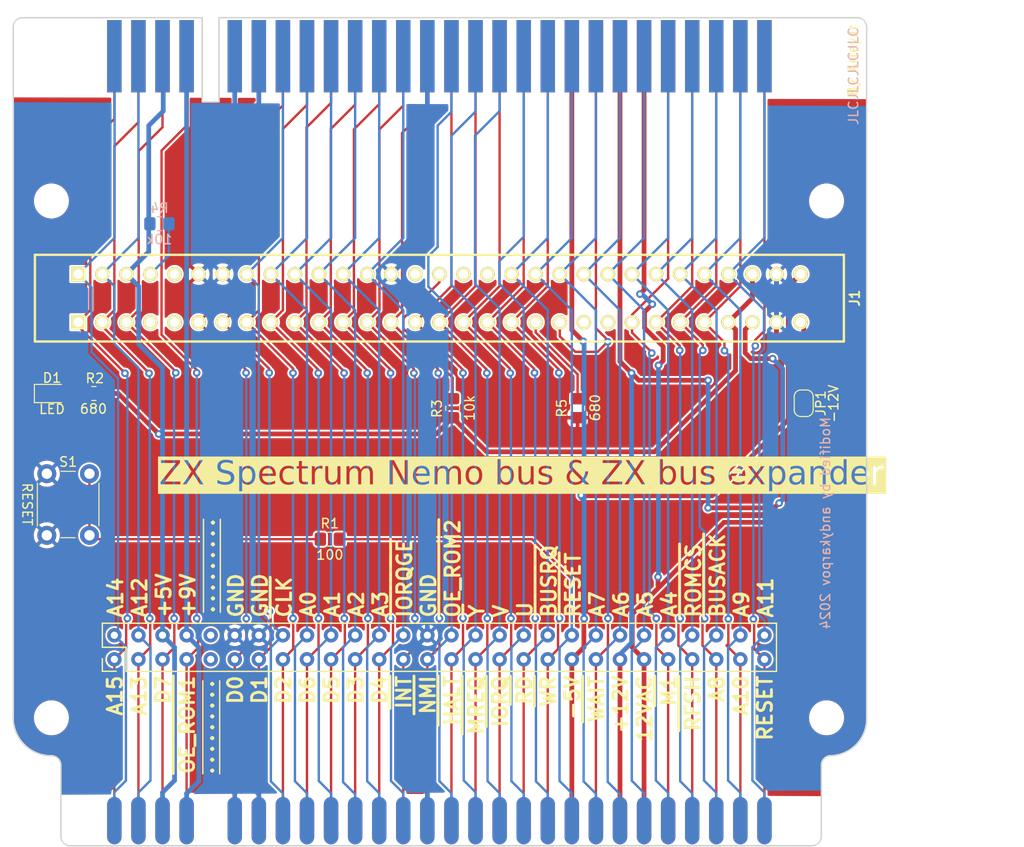
<source format=kicad_pcb>
(kicad_pcb (version 20240108) (generator "pcbnew") (generator_version "8.0")
  (layers (0 "F.Cu" signal) (31 "B.Cu" signal) (34 "B.Paste" user) (35 "F.Paste" user) (36 "B.SilkS" user "B.Silkscreen") (37 "F.SilkS" user "F.Silkscreen") (38 "B.Mask" user) (39 "F.Mask" user) (44 "Edge.Cuts" user))
  (net 0 "")
  (net 1 "A15")
  (net 2 "A13")
  (net 3 "D7")
  (net 4 "~{OEM_ROM1}")
  (net 5 "D0")
  (net 6 "D1")
  (net 7 "D2")
  (net 8 "D6")
  (net 9 "D5")
  (net 10 "D3")
  (net 11 "D4")
  (net 12 "~{INT}")
  (net 13 "~{NMI}")
  (net 14 "~{HALT}")
  (net 15 "~{MREQ}")
  (net 16 "~{IORQ}")
  (net 17 "~{RD}")
  (net 18 "~{WR}")
  (net 19 "-5V")
  (net 20 "~{WAIT}")
  (net 21 "+12V")
  (net 22 "12VAC")
  (net 23 "~{M1}")
  (net 24 "~{RFSH}")
  (net 25 "A8")
  (net 26 "A10")
  (net 27 "RESET{slash}NC")
  (net 28 "A14")
  (net 29 "A12")
  (net 30 "+5V")
  (net 31 "+9V")
  (net 32 "GND")
  (net 33 "~{CLK}")
  (net 34 "A0")
  (net 35 "A1")
  (net 36 "A2")
  (net 37 "A3")
  (net 38 "~{IORQGE}")
  (net 39 "~{OE_ROM2{slash}VIDEO}")
  (net 40 "~{Y}")
  (net 41 "V")
  (net 42 "U")
  (net 43 "~{BUSRQ}")
  (net 44 "~{RESET}")
  (net 45 "A7")
  (net 46 "A6")
  (net 47 "A5")
  (net 48 "A4")
  (net 49 "~{ROMCS}")
  (net 50 "~{BUSACK}")
  (net 51 "A9")
  (net 52 "A11")
  (net 53 "Net-(D1-A)")
  (net 54 "-12V")
  (net 57 "RS")
  (net 58 "~{DOS}")
  (net 63 "~{RDR}")
  (net 64 "~{IODOS}")
  (net 66 "Net-(R1-Pad1)")
  (footprint "zxbus:NemoBus-SL62-inverted" (layer "F.Cu") (at 139.7762 81.28)
    (property "Reference" "J1")
    (property "Value" "SL-62" (hide yes))
  )
  (footprint "Button_Switch_THT:SW_PUSH_6mm" (layer "F.Cu") (at 102.8594 99.7978 -90)
    (property "Reference" "S1")
    (property "Value" "RESET")
  )
  (footprint "MountingHole:MountingHole_3.2mm_M3" (layer "F.Cu") (at 180.6194 125.549)
    (property "Reference" "H1" (hide yes))
    (property "Value" "MountingHole")
  )
  (footprint "Resistor_SMD:R_0805_2012Metric_Pad1.20x1.40mm_HandSolder" (layer "F.Cu") (at 128.2192 106.7054)
    (property "Reference" "R1")
    (property "Value" "100")
  )
  (footprint "My Footprint Library, Sinclair:ZX Bus, Edge" (layer "F.Cu") (at 138.5062 136.398)
    (property "Reference" "Z1" (hide yes))
    (property "Value" "EDGE" (hide yes))
  )
  (footprint "MountingHole:MountingHole_3.2mm_M3" (layer "F.Cu") (at 98.8452 71.026)
    (property "Reference" "H4" (hide yes))
    (property "Value" "MountingHole")
  )
  (footprint "Jumper:SolderJumper-2_P1.3mm_Open_RoundedPad1.0x1.5mm" (layer "F.Cu") (at 178.2064 92.3648 -90)
    (property "Reference" "JP1")
    (property "Value" "-12V")
  )
  (footprint "My Footprint Library, Sinclair:ZX Bus Socket" (layer "F.Cu") (at 139.7762 118.11)
    (property "Reference" "J2" (hide yes))
    (property "Value" "Conn_02x28_Row_Letter_First")
  )
  (footprint "MountingHole:MountingHole_3.2mm_M3" (layer "F.Cu") (at 98.8452 125.549)
    (property "Reference" "H2" (hide yes))
    (property "Value" "MountingHole")
  )
  (footprint "My Footprint Library, Sinclair:ZX Bus, Edge Pass-T" (layer "F.Cu") (at 138.5062 55.753)
    (property "Reference" "Z2" (hide yes))
    (property "Value" "PASS-THROUGH")
  )
  (footprint "Resistor_SMD:R_0805_2012Metric_Pad1.20x1.40mm_HandSolder" (layer "F.Cu") (at 154.3558 92.8878 -90)
    (property "Reference" "R5")
    (property "Value" "680")
  )
  (footprint "LED_SMD:LED_0805_2012Metric_Pad1.15x1.40mm_HandSolder" (layer "F.Cu") (at 98.9076 91.3384)
    (property "Reference" "D1")
    (property "Value" "LED")
  )
  (footprint "Resistor_SMD:R_0805_2012Metric_Pad1.20x1.40mm_HandSolder" (layer "F.Cu") (at 141.1732 92.8878 -90)
    (property "Reference" "R3")
    (property "Value" "10k")
  )
  (footprint "MountingHole:MountingHole_3.2mm_M3" (layer "F.Cu") (at 180.6194 71.026)
    (property "Reference" "H3" (hide yes))
    (property "Value" "MountingHole")
  )
  (footprint "Resistor_SMD:R_0805_2012Metric_Pad1.20x1.40mm_HandSolder" (layer "F.Cu") (at 103.3272 91.3384 180)
    (property "Reference" "R2")
    (property "Value" "680")
  )
  (footprint "Resistor_SMD:R_0805_2012Metric_Pad1.20x1.40mm_HandSolder" (layer "B.Cu") (at 110.236 73.4314 180)
    (property "Reference" "R4")
    (property "Value" "10k")
  )
  (gr_line (start 94.8182 125.549) (end 94.8182 52.675507) (stroke (width 0.15)) (layer "Edge.Cuts"))
  (gr_line (start 99.8452 138.049) (end 99.8452 130.549) (stroke (width 0.15)) (layer "Edge.Cuts"))
  (gr_line (start 116.5282 51.689) (end 183.8452 51.689) (stroke (width 0.15)) (layer "Edge.Cuts"))
  (gr_line (start 116.5282 60.579) (end 116.5282 51.689) (stroke (width 0.15)) (layer "Edge.Cuts"))
  (gr_arc (start 183.8452 51.689) (mid 184.552307 51.981893) (end 184.8452 52.689) (stroke (width 0.15)) (layer "Edge.Cuts"))
  (gr_arc (start 98.8452 129.549) (mid 99.552307 129.841893) (end 99.8452 130.549) (stroke (width 0.15)) (layer "Edge.Cuts"))
  (gr_line (start 95.804707 51.689) (end 114.7502 51.689) (stroke (width 0.15)) (layer "Edge.Cuts"))
  (gr_line (start 179.067573 139.04) (end 100.8452 139.049) (stroke (width 0.15)) (layer "Edge.Cuts"))
  (gr_arc (start 180.067573 138.04) (mid 179.774679 138.747106) (end 179.067573 139.04) (stroke (width 0.15)) (layer "Edge.Cuts"))
  (gr_arc (start 98.8452 129.549) (mid 96.003273 128.383019) (end 94.8182 125.549) (stroke (width 0.15)) (layer "Edge.Cuts"))
  (gr_line (start 184.8452 52.689) (end 184.8452 125.54) (stroke (width 0.15)) (layer "Edge.Cuts"))
  (gr_arc (start 100.8452 139.049) (mid 100.138093 138.756107) (end 99.8452 138.049) (stroke (width 0.15)) (layer "Edge.Cuts"))
  (gr_arc (start 184.8452 125.54) (mid 183.784817 128.322376) (end 181.067573 129.54) (stroke (width 0.15)) (layer "Edge.Cuts"))
  (gr_line (start 114.7502 51.689) (end 114.7502 60.579) (stroke (width 0.15)) (layer "Edge.Cuts"))
  (gr_arc (start 94.8182 52.675507) (mid 95.107141 51.977941) (end 95.804707 51.689) (stroke (width 0.15)) (layer "Edge.Cuts"))
  (gr_line (start 114.7502 60.579) (end 116.5282 60.579) (stroke (width 0.15)) (layer "Edge.Cuts"))
  (gr_line (start 180.067573 130.54) (end 180.067573 138.04) (stroke (width 0.15)) (layer "Edge.Cuts"))
  (gr_arc (start 180.067573 130.54) (mid 180.360465 129.832892) (end 181.067573 129.54) (stroke (width 0.15)) (layer "Edge.Cuts"))
  (gr_text "JLCJLCJLCJLC" (at 184.04 63.1 90) (layer "B.SilkS") (effects (font (size 1 1)) (justify left bottom)))
  (gr_text "Modified by andykarpov 2024" (at 181.0766 93.726 90) (layer "B.SilkS") (effects (font (size 1 1)) (justify left bottom mirror)))
  (gr_text "By ArleyJr" (at 183.975 60.05 90) (layer "F.SilkS") (effects (font (size 1 1)) (justify left bottom)))
  (gr_text "ZX Spectrum Nemo bus & ZX bus expander" (at 110.2106 101.346 0) (layer "F.SilkS" knockout) (effects (font (size 2.5 2.5)) (justify left bottom)))
  (segment (start 105.4862 62.357) (end 105.4862 55.753) (width 0.25) (layer "F.Cu") (net 1))
  (segment (start 102.9462 82.55) (end 102.9462 64.897) (width 0.25) (layer "F.Cu") (net 1))
  (segment (start 106.3117 88.8873) (end 101.6762 84.2518) (width 0.25) (layer "F.Cu") (net 1))
  (segment (start 106.7308 118.1354) (end 106.7308 115.189) (width 0.25) (layer "F.Cu") (net 1))
  (segment (start 101.6762 84.2518) (end 101.6762 83.82) (width 0.25) (layer "F.Cu") (net 1))
  (segment (start 106.6038 89.2048) (end 106.3117 88.9127) (width 0.25) (layer "F.Cu") (net 1))
  (segment (start 102.9462 64.897) (end 105.4862 62.357) (width 0.25) (layer "F.Cu") (net 1))
  (segment (start 105.4862 119.38) (end 106.7308 118.1354) (width 0.25) (layer "F.Cu") (net 1))
  (segment (start 105.4862 136.398) (end 105.4862 119.38) (width 0.25) (layer "F.Cu") (net 1))
  (segment (start 106.5732 89.1488) (end 106.3117 88.8873) (width 0.25) (layer "F.Cu") (net 1))
  (segment (start 106.3117 88.9127) (end 106.3117 88.8873) (width 0.25) (layer "F.Cu") (net 1))
  (segment (start 101.6762 83.82) (end 102.9462 82.55) (width 0.25) (layer "F.Cu") (net 1))
  (segment (start 106.7308 115.189) (end 106.8578 115.062) (width 0.25) (layer "F.Cu") (net 1))
  (via (at 106.8578 115.062) (size 0.8) (drill 0.4) (layers "F.Cu" "B.Cu") (net 1))
  (via (at 106.6038 89.2048) (size 0.8) (drill 0.4) (layers "F.Cu" "B.Cu") (net 1))
  (segment (start 106.8578 89.4588) (end 106.6038 89.2048) (width 0.25) (layer "B.Cu") (net 1))
  (segment (start 106.8578 115.062) (end 106.8578 89.4588) (width 0.25) (layer "B.Cu") (net 1))
  (segment (start 108.0262 62.7126) (end 108.0262 55.753) (width 0.25) (layer "F.Cu") (net 2))
  (segment (start 104.2162 83.82) (end 105.4862 82.55) (width 0.25) (layer "F.Cu") (net 2))
  (segment (start 105.4862 65.2526) (end 108.0262 62.7126) (width 0.25) (layer "F.Cu") (net 2))
  (segment (start 109.2708 118.1354) (end 109.2708 115.1128) (width 0.25) (layer "F.Cu") (net 2))
  (segment (start 108.0262 119.38) (end 109.2708 118.1354) (width 0.25) (layer "F.Cu") (net 2))
  (segment (start 104.2162 84.2518) (end 104.2162 83.82) (width 0.25) (layer "F.Cu") (net 2))
  (segment (start 108.0262 136.398) (end 108.0262 119.38) (width 0.25) (layer "F.Cu") (net 2))
  (segment (start 105.4862 82.55) (end 105.4862 65.2526) (width 0.25) (layer "F.Cu") (net 2))
  (segment (start 109.2708 115.1128) (end 109.22 115.062) (width 0.25) (layer "F.Cu") (net 2))
  (segment (start 109.1132 89.1488) (end 104.2162 84.2518) (width 0.25) (layer "F.Cu") (net 2))
  (via (at 109.1438 89.2048) (size 0.8) (drill 0.4) (layers "F.Cu" "B.Cu") (net 2))
  (via (at 109.22 115.062) (size 0.8) (drill 0.4) (layers "F.Cu" "B.Cu") (net 2))
  (segment (start 109.22 89.281) (end 109.1438 89.2048) (width 0.25) (layer "B.Cu") (net 2))
  (segment (start 109.22 115.062) (end 109.22 89.281) (width 0.25) (layer "B.Cu") (net 2))
  (segment (start 110.5662 136.398) (end 110.5662 119.38) (width 0.25) (layer "F.Cu") (net 3))
  (segment (start 110.5662 119.38) (end 111.8108 118.1354) (width 0.25) (layer "F.Cu") (net 3))
  (segment (start 108.0516 65.7606) (end 110.5662 63.246) (width 0.25) (layer "F.Cu") (net 3))
  (segment (start 108.0516 82.5246) (end 108.0516 65.7606) (width 0.25) (layer "F.Cu") (net 3))
  (segment (start 106.7562 83.82) (end 108.0516 82.5246) (width 0.25) (layer "F.Cu") (net 3))
  (segment (start 111.8108 115.0874) (end 111.7854 115.062) (width 0.25) (layer "F.Cu") (net 3))
  (segment (start 110.5662 63.246) (end 110.5662 55.753) (width 0.25) (layer "F.Cu") (net 3))
  (segment (start 112.0192 89.083) (end 106.7562 83.82) (width 0.25) (layer "F.Cu") (net 3))
  (segment (start 111.8108 118.1354) (end 111.8108 115.0874) (width 0.25) (layer "F.Cu") (net 3))
  (via (at 111.9632 89.154) (size 0.8) (drill 0.4) (layers "F.Cu" "B.Cu") (net 3))
  (via (at 111.7854 115.062) (size 0.8) (drill 0.4) (layers "F.Cu" "B.Cu") (net 3))
  (segment (start 111.7854 115.062) (end 111.7854 89.3318) (width 0.25) (layer "B.Cu") (net 3))
  (segment (start 111.7854 89.3318) (end 111.9632 89.154) (width 0.25) (layer "B.Cu") (net 3))
  (segment (start 113.1062 63.0682) (end 113.1062 55.753) (width 0.25) (layer "F.Cu") (net 4))
  (segment (start 114.173 88.8492) (end 114.0587 88.7349) (width 0.25) (layer "F.Cu") (net 4))
  (segment (start 110.4646 85.1408) (end 110.4646 65.7098) (width 0.25) (layer "F.Cu") (net 4))
  (segment (start 114.0587 88.7349) (end 110.4646 85.1408) (width 0.25) (layer "F.Cu") (net 4))
  (segment (start 114.3254 118.1608) (end 114.3254 115.2144) (width 0.25) (layer "F.Cu") (net 4))
  (segment (start 110.4646 65.7098) (end 113.1062 63.0682) (width 0.25) (layer "F.Cu") (net 4))
  (segment (start 114.3254 115.2144) (end 114.173 115.062) (width 0.25) (layer "F.Cu") (net 4))
  (segment (start 114.173 89.154) (end 114.173 88.8492) (width 0.25) (layer "F.Cu") (net 4))
  (segment (start 114.1932 88.8694) (end 114.0587 88.7349) (width 0.25) (layer "F.Cu") (net 4))
  (segment (start 113.1062 136.398) (end 113.1062 119.38) (width 0.25) (layer "F.Cu") (net 4))
  (segment (start 113.1062 119.38) (end 114.3254 118.1608) (width 0.25) (layer "F.Cu") (net 4))
  (via (at 114.173 115.062) (size 0.8) (drill 0.4) (layers "F.Cu" "B.Cu") (net 4))
  (via (at 114.173 89.154) (size 0.8) (drill 0.4) (layers "F.Cu" "B.Cu") (net 4))
  (segment (start 114.173 115.062) (end 114.173 89.154) (width 0.25) (layer "B.Cu") (net 4))
  (segment (start 119.38 89.154) (end 119.38 88.8238) (width 0.25) (layer "F.Cu") (net 5))
  (segment (start 118.1862 119.38) (end 119.4054 118.1608) (width 0.25) (layer "F.Cu") (net 5))
  (segment (start 118.1862 136.398) (end 118.1862 119.38) (width 0.25) (layer "F.Cu") (net 5))
  (segment (start 118.1862 60.8584) (end 118.1862 55.753) (width 0.25) (layer "F.Cu") (net 5))
  (segment (start 115.7224 63.3222) (end 118.1862 60.8584) (width 0.25) (layer "F.Cu") (net 5))
  (segment (start 115.7224 82.4738) (end 115.7224 63.3222) (width 0.25) (layer "F.Cu") (net 5))
  (segment (start 114.3762 83.82) (end 115.7224 82.4738) (width 0.25) (layer "F.Cu") (net 5))
  (segment (start 119.38 88.8238) (end 114.3762 83.82) (width 0.25) (layer "F.Cu") (net 5))
  (segment (start 119.4054 118.1608) (end 119.4054 115.0874) (width 0.25) (layer "F.Cu") (net 5))
  (via (at 119.38 89.154) (size 0.8) (drill 0.4) (layers "F.Cu" "B.Cu") (net 5))
  (via (at 119.4054 115.0874) (size 0.8) (drill 0.4) (layers "F.Cu" "B.Cu") (net 5))
  (segment (start 119.4054 115.0874) (end 119.4054 89.1794) (width 0.25) (layer "B.Cu") (net 5))
  (segment (start 119.4054 89.1794) (end 119.38 89.154) (width 0.25) (layer "B.Cu") (net 5))
  (segment (start 118.2116 63.1444) (end 120.7262 60.6298) (width 0.25) (layer "F.Cu") (net 6))
  (segment (start 116.9162 83.82) (end 118.2116 82.5246) (width 0.25) (layer "F.Cu") (net 6))
  (segment (start 121.9708 118.1354) (end 121.9708 114.4524) (width 0.25) (layer "F.Cu") (net 6))
  (segment (start 121.8184 88.7222) (end 116.9162 83.82) (width 0.25) (layer "F.Cu") (net 6))
  (segment (start 121.9708 114.4524) (end 121.8438 114.3254) (width 0.25) (layer "F.Cu") (net 6))
  (segment (start 121.8184 89.154) (end 121.8184 88.7222) (width 0.25) (layer "F.Cu") (net 6))
  (segment (start 120.7262 60.6298) (end 120.7262 55.753) (width 0.25) (layer "F.Cu") (net 6))
  (segment (start 120.7262 119.38) (end 121.9708 118.1354) (width 0.25) (layer "F.Cu") (net 6))
  (segment (start 120.7262 136.398) (end 120.7262 119.38) (width 0.25) (layer "F.Cu") (net 6))
  (segment (start 118.2116 82.5246) (end 118.2116 63.1444) (width 0.25) (layer "F.Cu") (net 6))
  (via (at 121.8438 114.3254) (size 0.8) (drill 0.4) (layers "F.Cu" "B.Cu") (net 6))
  (via (at 121.8184 89.154) (size 0.8) (drill 0.4) (layers "F.Cu" "B.Cu") (net 6))
  (segment (start 121.8438 114.3254) (end 121.8438 89.1794) (width 0.25) (layer "B.Cu") (net 6))
  (segment (start 121.8438 89.1794) (end 121.8184 89.154) (width 0.25) (layer "B.Cu") (net 6))
  (segment (start 123.2662 119.38) (end 124.3532 118.293) (width 0.25) (layer "F.Cu") (net 7))
  (segment (start 120.7262 82.55) (end 120.7262 63.4746) (width 0.25) (layer "F.Cu") (net 7))
  (segment (start 123.2662 136.398) (end 123.2662 119.38) (width 0.25) (layer "F.Cu") (net 7))
  (segment (start 124.333 88.7372) (end 124.3532 88.717) (width 0.25) (layer "F.Cu") (net 7))
  (segment (start 124.3532 115.0822) (end 124.333 115.062) (width 0.25) (layer "F.Cu") (net 7))
  (segment (start 124.3532 118.293) (end 124.3532 115.0822) (width 0.25) (layer "F.Cu") (net 7))
  (segment (start 119.4562 83.82) (end 120.7262 82.55) (width 0.25) (layer "F.Cu") (net 7))
  (segment (start 124.333 89.1794) (end 124.333 88.7372) (width 0.25) (layer "F.Cu") (net 7))
  (segment (start 120.7262 63.4746) (end 123.2662 60.9346) (width 0.25) (layer "F.Cu") (net 7))
  (segment (start 123.2662 60.9346) (end 123.2662 55.753) (width 0.25) (layer "F.Cu") (net 7))
  (segment (start 124.3532 88.717) (end 119.4562 83.82) (width 0.25) (layer "F.Cu") (net 7))
  (via (at 124.333 115.062) (size 0.8) (drill 0.4) (layers "F.Cu" "B.Cu") (net 7))
  (via (at 124.333 89.1794) (size 0.8) (drill 0.4) (layers "F.Cu" "B.Cu") (net 7))
  (segment (start 124.333 115.062) (end 124.333 89.1794) (width 0.25) (layer "B.Cu") (net 7))
  (segment (start 125.8062 60.8838) (end 125.8062 55.753) (width 0.25) (layer "F.Cu") (net 8))
  (segment (start 123.2662 63.4238) (end 125.8062 60.8838) (width 0.25) (layer "F.Cu") (net 8))
  (segment (start 127 89.1794) (end 127 88.8238) (width 0.25) (layer "F.Cu") (net 8))
  (segment (start 126.8932 118.293) (end 127.0254 118.1608) (width 0.25) (layer "F.Cu") (net 8))
  (segment (start 121.9962 83.82) (end 123.2662 82.55) (width 0.25) (layer "F.Cu") (net 8))
  (segment (start 123.2662 82.55) (end 123.2662 63.4238) (width 0.25) (layer "F.Cu") (net 8))
  (segment (start 125.8062 119.38) (end 126.8932 118.293) (width 0.25) (layer "F.Cu") (net 8))
  (segment (start 127 88.8238) (end 121.9962 83.82) (width 0.25) (layer "F.Cu") (net 8))
  (segment (start 127.0254 118.1608) (end 127.0254 115.062) (width 0.25) (layer "F.Cu") (net 8))
  (segment (start 125.8062 136.398) (end 125.8062 119.38) (width 0.25) (layer "F.Cu") (net 8))
  (via (at 127 89.1794) (size 0.8) (drill 0.4) (layers "F.Cu" "B.Cu") (net 8))
  (via (at 127.0254 115.062) (size 0.8) (drill 0.4) (layers "F.Cu" "B.Cu") (net 8))
  (segment (start 127.0254 115.062) (end 127.0254 89.2048) (width 0.25) (layer "B.Cu") (net 8))
  (segment (start 127.0254 89.2048) (end 127 89.1794) (width 0.25) (layer "B.Cu") (net 8))
  (segment (start 129.7178 89.0016) (end 129.5273 88.8111) (width 0.25) (layer "F.Cu") (net 9))
  (segment (start 125.7554 82.6008) (end 125.7554 63.2714) (width 0.25) (layer "F.Cu") (net 9))
  (segment (start 129.5273 88.8111) (end 124.5362 83.82) (width 0.25) (layer "F.Cu") (net 9))
  (segment (start 128.3462 119.38) (end 129.7992 117.927) (width 0.25) (layer "F.Cu") (net 9))
  (segment (start 129.7992 117.927) (end 129.7992 115.118) (width 0.25) (layer "F.Cu") (net 9))
  (segment (start 128.3462 60.6806) (end 128.3462 55.753) (width 0.25) (layer "F.Cu") (net 9))
  (segment (start 124.5362 83.82) (end 125.7554 82.6008) (width 0.25) (layer "F.Cu") (net 9))
  (segment (start 129.7992 115.118) (end 129.7432 115.062) (width 0.25) (layer "F.Cu") (net 9))
  (segment (start 125.7554 63.2714) (end 128.3462 60.6806) (width 0.25) (layer "F.Cu") (net 9))
  (segment (start 129.7992 89.083) (end 129.5273 88.8111) (width 0.25) (layer "F.Cu") (net 9))
  (segment (start 128.3462 136.398) (end 128.3462 119.38) (width 0.25) (layer "F.Cu") (net 9))
  (segment (start 129.7178 89.1794) (end 129.7178 89.0016) (width 0.25) (layer "F.Cu") (net 9))
  (via (at 129.7178 89.1794) (size 0.8) (drill 0.4) (layers "F.Cu" "B.Cu") (net 9))
  (via (at 129.7432 115.062) (size 0.8) (drill 0.4) (layers "F.Cu" "B.Cu") (net 9))
  (segment (start 129.7432 89.2048) (end 129.7178 89.1794) (width 0.25) (layer "B.Cu") (net 9))
  (segment (start 129.7432 115.062) (end 129.7432 89.2048) (width 0.25) (layer "B.Cu") (net 9))
  (segment (start 130.8862 60.8584) (end 130.8862 55.753) (width 0.25) (layer "F.Cu") (net 10))
  (segment (start 131.9732 118.293) (end 132.2324 118.0338) (width 0.25) (layer "F.Cu") (net 10))
  (segment (start 130.8862 119.38) (end 131.9732 118.293) (width 0.25) (layer "F.Cu") (net 10))
  (segment (start 127.0762 83.82) (end 128.3208 82.5754) (width 0.25) (layer "F.Cu") (net 10))
  (segment (start 132.2324 118.0338) (end 132.2324 115.062) (width 0.25) (layer "F.Cu") (net 10))
  (segment (start 132.1562 88.9) (end 127.0762 83.82) (width 0.25) (layer "F.Cu") (net 10))
  (segment (start 128.3208 63.4238) (end 130.8862 60.8584) (width 0.25) (layer "F.Cu") (net 10))
  (segment (start 128.3208 82.5754) (end 128.3208 63.4238) (width 0.25) (layer "F.Cu") (net 10))
  (segment (start 132.1562 89.1794) (end 132.1562 88.9) (width 0.25) (layer "F.Cu") (net 10))
  (segment (start 130.8862 136.398) (end 130.8862 119.38) (width 0.25) (layer "F.Cu") (net 10))
  (via (at 132.1562 89.1794) (size 0.8) (drill 0.4) (layers "F.Cu" "B.Cu") (net 10))
  (via (at 132.2324 115.062) (size 0.8) (drill 0.4) (layers "F.Cu" "B.Cu") (net 10))
  (segment (start 132.2324 89.2556) (end 132.1562 89.1794) (width 0.25) (layer "B.Cu") (net 10))
  (segment (start 132.2324 115.062) (end 132.2324 89.2556) (width 0.25) (layer "B.Cu") (net 10))
  (segment (start 134.8792 115.3212) (end 134.62 115.062) (width 0.25) (layer "F.Cu") (net 11))
  (segment (start 134.8792 117.927) (end 134.8792 115.3212) (width 0.25) (layer "F.Cu") (net 11))
  (segment (start 133.4262 60.8076) (end 133.4262 55.753) (width 0.25) (layer "F.Cu") (net 11))
  (segment (start 130.7592 63.4746) (end 133.4262 60.8076) (width 0.25) (layer "F.Cu") (net 11))
  (segment (start 129.6162 83.82) (end 130.7592 82.677) (width 0.25) (layer "F.Cu") (net 11))
  (segment (start 134.62 88.8238) (end 134.4803 88.6841) (width 0.25) (layer "F.Cu") (net 11))
  (segment (start 133.4262 119.38) (end 134.8792 117.927) (width 0.25) (layer "F.Cu") (net 11))
  (segment (start 130.7592 82.677) (end 130.7592 63.4746) (width 0.25) (layer "F.Cu") (net 11))
  (segment (start 134.8792 89.083) (end 134.4803 88.6841) (width 0.25) (layer "F.Cu") (net 11))
  (segment (start 134.4803 88.6841) (end 129.6162 83.82) (width 0.25) (layer "F.Cu") (net 11))
  (segment (start 134.62 89.1794) (end 134.62 88.8238) (width 0.25) (layer "F.Cu") (net 11))
  (segment (start 133.4262 136.398) (end 133.4262 119.38) (width 0.25) (layer "F.Cu") (net 11))
  (via (at 134.62 89.1794) (size 0.8) (drill 0.4) (layers "F.Cu" "B.Cu") (net 11))
  (via (at 134.62 115.062) (size 0.8) (drill 0.4) (layers "F.Cu" "B.Cu") (net 11))
  (segment (start 134.62 115.062) (end 134.62 89.1794) (width 0.25) (layer "B.Cu") (net 11))
  (segment (start 137.0532 118.293) (end 137.1854 118.1608) (width 0.25) (layer "F.Cu") (net 12))
  (segment (start 135.9662 60.96) (end 135.9662 55.753) (width 0.25) (layer "F.Cu") (net 12))
  (segment (start 135.9662 136.398) (end 135.9662 119.38) (width 0.25) (layer "F.Cu") (net 12))
  (segment (start 137.0838 88.7476) (end 132.1562 83.82) (width 0.25) (layer "F.Cu") (net 12))
  (segment (start 132.1562 83.82) (end 133.4516 82.5246) (width 0.25) (layer "F.Cu") (net 12))
  (segment (start 137.1854 118.1608) (end 137.1854 115.062) (width 0.25) (layer "F.Cu") (net 12))
  (segment (start 133.4516 63.4746) (end 135.9662 60.96) (width 0.25) (layer "F.Cu") (net 12))
  (segment (start 135.9662 119.38) (end 137.0532 118.293) (width 0.25) (layer "F.Cu") (net 12))
  (segment (start 137.0838 89.1794) (end 137.0838 88.7476) (width 0.25) (layer "F.Cu") (net 12))
  (segment (start 133.4516 82.5246) (end 133.4516 63.4746) (width 0.25) (layer "F.Cu") (net 12))
  (via (at 137.0838 89.1794) (size 0.8) (drill 0.4) (layers "F.Cu" "B.Cu") (net 12))
  (via (at 137.1854 115.062) (size 0.8) (drill 0.4) (layers "F.Cu" "B.Cu") (net 12))
  (segment (start 137.1854 89.281) (end 137.0838 89.1794) (width 0.25) (layer "B.Cu") (net 12))
  (segment (start 137.1854 115.062) (end 137.1854 89.281) (width 0.25) (layer "B.Cu") (net 12))
  (segment (start 135.8392 82.677) (end 135.8392 63.8556) (width 0.25) (layer "F.Cu") (net 13))
  (segment (start 135.8392 63.8556) (end 138.5062 61.1886) (width 0.25) (layer "F.Cu") (net 13))
  (segment (start 138.5062 61.1886) (end 138.5062 55.753) (width 0.25) (layer "F.Cu") (net 13))
  (segment (start 134.6962 83.82) (end 135.8392 82.677) (width 0.25) (layer "F.Cu") (net 13))
  (segment (start 139.7762 118.11) (end 139.7762 115.062) (width 0.25) (layer "F.Cu") (net 13))
  (segment (start 138.5062 136.398) (end 138.5062 119.38) (width 0.25) (layer "F.Cu") (net 13))
  (segment (start 138.5062 119.38) (end 139.5932 118.293) (width 0.25) (layer "F.Cu") (net 13))
  (segment (start 139.6492 89.1794) (end 139.5932 89.1234) (width 0.25) (layer "F.Cu") (net 13))
  (segment (start 139.5932 89.1234) (end 139.5932 88.717) (width 0.25) (layer "F.Cu") (net 13))
  (segment (start 139.5932 118.293) (end 139.7762 118.11) (width 0.25) (layer "F.Cu") (net 13))
  (segment (start 139.5932 88.717) (end 134.6962 83.82) (width 0.25) (layer "F.Cu") (net 13))
  (via (at 139.7762 115.062) (size 0.8) (drill 0.4) (layers "F.Cu" "B.Cu") (net 13))
  (via (at 139.6492 89.1794) (size 0.8) (drill 0.4) (layers "F.Cu" "B.Cu") (net 13))
  (segment (start 139.7762 115.062) (end 139.7762 89.3064) (width 0.25) (layer "B.Cu") (net 13))
  (segment (start 139.7762 89.3064) (end 139.6492 89.1794) (width 0.25) (layer "B.Cu") (net 13))
  (segment (start 142.2654 89.1794) (end 142.2654 88.8492) (width 0.25) (layer "F.Cu") (net 14))
  (segment (start 141.0462 119.38) (end 142.1332 118.293) (width 0.25) (layer "F.Cu") (net 14))
  (segment (start 141.0462 136.398) (end 141.0462 119.38) (width 0.25) (layer "F.Cu") (net 14))
  (segment (start 142.2654 118.1608) (end 142.2654 115.062) (width 0.25) (layer "F.Cu") (net 14))
  (segment (start 142.2654 88.8492) (end 137.2362 83.82) (width 0.25) (layer "F.Cu") (net 14))
  (segment (start 141.0462 80.01) (end 141.0462 55.753) (width 0.25) (layer "F.Cu") (net 14))
  (segment (start 137.2362 83.82) (end 141.0462 80.01) (width 0.25) (layer "F.Cu") (net 14))
  (segment (start 142.1332 118.293) (end 142.2654 118.1608) (width 0.25) (layer "F.Cu") (net 14))
  (via (at 142.2654 89.1794) (size 0.8) (drill 0.4) (layers "F.Cu" "B.Cu") (net 14))
  (via (at 142.2654 115.062) (size 0.8) (drill 0.4) (layers "F.Cu" "B.Cu") (net 14))
  (segment (start 142.2654 115.062) (end 142.2654 89.1794) (width 0.25) (layer "B.Cu") (net 14))
  (segment (start 139.7762 83.82) (end 143.5862 80.01) (width 0.25) (layer "F.Cu") (net 15))
  (segment (start 144.78 88.8238) (end 139.7762 83.82) (width 0.25) (layer "F.Cu") (net 15))
  (segment (start 143.5862 119.38) (end 144.6732 118.293) (width 0.25) (layer "F.Cu") (net 15))
  (segment (start 143.5862 136.398) (end 143.5862 119.38) (width 0.25) (layer "F.Cu") (net 15))
  (segment (start 144.78 89.1794) (end 144.78 88.8238) (width 0.25) (layer "F.Cu") (net 15))
  (segment (start 144.8308 118.1354) (end 144.8308 115.062) (width 0.25) (layer "F.Cu") (net 15))
  (segment (start 143.5862 80.01) (end 143.5862 55.753) (width 0.25) (layer "F.Cu") (net 15))
  (segment (start 144.6732 118.293) (end 144.8308 118.1354) (width 0.25) (layer "F.Cu") (net 15))
  (via (at 144.78 89.1794) (size 0.8) (drill 0.4) (layers "F.Cu" "B.Cu") (net 15))
  (via (at 144.8308 115.062) (size 0.8) (drill 0.4) (layers "F.Cu" "B.Cu") (net 15))
  (segment (start 144.8308 115.062) (end 144.8308 89.2302) (width 0.25) (layer "B.Cu") (net 15))
  (segment (start 144.8308 89.2302) (end 144.78 89.1794) (width 0.25) (layer "B.Cu") (net 15))
  (segment (start 147.2132 89.1488) (end 147.2132 88.717) (width 0.25) (layer "F.Cu") (net 16))
  (segment (start 146.1262 119.38) (end 147.3454 118.1608) (width 0.25) (layer "F.Cu") (net 16))
  (segment (start 146.1262 136.398) (end 146.1262 119.38) (width 0.25) (layer "F.Cu") (net 16))
  (segment (start 142.3162 83.82) (end 146.1262 80.01) (width 0.25) (layer "F.Cu") (net 16))
  (segment (start 147.3454 115.0874) (end 147.32 115.062) (width 0.25) (layer "F.Cu") (net 16))
  (segment (start 147.2438 89.1794) (end 147.2132 89.1488) (width 0.25) (layer "F.Cu") (net 16))
  (segment (start 146.1262 80.01) (end 146.1262 55.753) (width 0.25) (layer "F.Cu") (net 16))
  (segment (start 147.3454 118.1608) (end 147.3454 115.0874) (width 0.25) (layer "F.Cu") (net 16))
  (segment (start 147.2132 88.717) (end 142.3162 83.82) (width 0.25) (layer "F.Cu") (net 16))
  (via (at 147.32 115.062) (size 0.8) (drill 0.4) (layers "F.Cu" "B.Cu") (net 16))
  (via (at 147.2438 89.1794) (size 0.8) (drill 0.4) (layers "F.Cu" "B.Cu") (net 16))
  (segment (start 147.32 89.2556) (end 147.2438 89.1794) (width 0.25) (layer "B.Cu") (net 16))
  (segment (start 147.32 115.062) (end 147.32 89.2556) (width 0.25) (layer "B.Cu") (net 16))
  (segment (start 149.7532 88.717) (end 144.8562 83.82) (width 0.25) (layer "F.Cu") (net 17))
  (segment (start 144.8562 83.82) (end 148.6662 80.01) (width 0.25) (layer "F.Cu") (net 17))
  (segment (start 149.8092 89.154) (end 149.7532 89.098) (width 0.25) (layer "F.Cu") (net 17))
  (segment (start 148.6662 119.38) (end 149.9108 118.1354) (width 0.25) (layer "F.Cu") (net 17))
  (segment (start 149.9108 118.1354) (end 149.9108 115.0874) (width 0.25) (layer "F.Cu") (net 17))
  (segment (start 149.7532 89.098) (end 149.7532 88.717) (width 0.25) (layer "F.Cu") (net 17))
  (segment (start 148.6662 136.398) (end 148.6662 119.38) (width 0.25) (layer "F.Cu") (net 17))
  (segment (start 149.9108 115.0874) (end 149.8854 115.062) (width 0.25) (layer "F.Cu") (net 17))
  (segment (start 148.6662 80.01) (end 148.6662 55.753) (width 0.25) (layer "F.Cu") (net 17))
  (via (at 149.8854 115.062) (size 0.8) (drill 0.4) (layers "F.Cu" "B.Cu") (net 17))
  (via (at 149.8092 89.154) (size 0.8) (drill 0.4) (layers "F.Cu" "B.Cu") (net 17))
  (segment (start 149.8854 89.2302) (end 149.8092 89.154) (width 0.25) (layer "B.Cu") (net 17))
  (segment (start 149.8854 115.062) (end 149.8854 89.2302) (width 0.25) (layer "B.Cu") (net 17))
  (segment (start 151.2062 136.398) (end 151.2062 119.38) (width 0.25) (layer "F.Cu") (net 18))
  (segment (start 151.2062 80.01) (end 151.2062 55.753) (width 0.25) (layer "F.Cu") (net 18))
  (segment (start 147.3962 83.82) (end 151.2062 80.01) (width 0.25) (layer "F.Cu") (net 18))
  (segment (start 152.3746 88.7984) (end 147.3962 83.82) (width 0.25) (layer "F.Cu") (net 18))
  (segment (start 152.2932 115.2196) (end 152.4508 115.062) (width 0.25) (layer "F.Cu") (net 18))
  (segment (start 152.3746 89.154) (end 152.3746 88.7984) (width 0.25) (layer "F.Cu") (net 18))
  (segment (start 152.2932 118.293) (end 152.2932 115.2196) (width 0.25) (layer "F.Cu") (net 18))
  (segment (start 151.2062 119.38) (end 152.2932 118.293) (width 0.25) (layer "F.Cu") (net 18))
  (via (at 152.3746 89.154) (size 0.8) (drill 0.4) (layers "F.Cu" "B.Cu") (net 18))
  (via (at 152.4508 115.062) (size 0.8) (drill 0.4) (layers "F.Cu" "B.Cu") (net 18))
  (segment (start 152.4508 89.2302) (end 152.3746 89.154) (width 0.25) (layer "B.Cu") (net 18))
  (segment (start 152.4508 115.062) (end 152.4508 89.2302) (width 0.25) (layer "B.Cu") (net 18))
  (segment (start 153.7462 84.6328) (end 153.7462 55.753) (width 0.5) (layer "F.Cu") (net 19))
  (segment (start 177.8762 78.74) (end 176.5808 80.0354) (width 0.5) (layer "F.Cu") (net 19))
  (segment (start 154.94 85.8266) (end 153.7462 84.6328) (width 0.5) (layer "F.Cu") (net 19))
  (segment (start 176.5808 94.107) (end 168.5544 102.1334) (width 0.5) (layer "F.Cu") (net 19))
  (segment (start 153.7462 119.38) (end 155.0162 118.11) (width 0.5) (layer "F.Cu") (net 19))
  (segment (start 176.5808 80.0354) (end 176.5808 94.107) (width 0.5) (layer "F.Cu") (net 19))
  (segment (start 153.7462 136.398) (end 153.7462 119.38) (width 0.5) (layer "F.Cu") (net 19))
  (segment (start 168.5544 102.1334) (end 154.7876 102.1334) (width 0.5) (layer "F.Cu") (net 19))
  (segment (start 155.0162 118.11) (end 155.0162 115.1128) (width 0.5) (layer "F.Cu") (net 19))
  (segment (start 154.7876 102.1334) (end 154.7368 102.0826) (width 0.5) (layer "F.Cu") (net 19))
  (segment (start 155.0162 115.1128) (end 155.0416 115.0874) (width 0.5) (layer "F.Cu") (net 19))
  (via (at 154.7368 102.0826) (size 0.8) (drill 0.4) (layers "F.Cu" "B.Cu") (net 19))
  (via (at 155.0416 115.0874) (size 0.8) (drill 0.4) (layers "F.Cu" "B.Cu") (net 19))
  (via (at 154.94 85.8266) (size 0.8) (drill 0.4) (layers "F.Cu" "B.Cu") (net 19))
  (segment (start 154.94 85.8266) (end 155.0416 85.9282) (width 0.5) (layer "B.Cu") (net 19))
  (segment (start 155.0416 85.9282) (end 155.0416 102.6668) (width 0.5) (layer "B.Cu") (net 19))
  (segment (start 155.0416 102.6668) (end 155.0416 115.0874) (width 0.5) (layer "B.Cu") (net 19))
  (segment (start 154.7368 102.362) (end 155.0416 102.6668) (width 0.5) (layer "B.Cu") (net 19))
  (segment (start 154.7368 102.0826) (end 154.7368 102.362) (width 0.5) (layer "B.Cu") (net 19))
  (segment (start 157.5308 85.8774) (end 156.464 86.9442) (width 0.25) (layer "F.Cu") (net 20))
  (segment (start 157.5308 85.697851) (end 156.2862 84.453251) (width 0.25) (layer "F.Cu") (net 20))
  (segment (start 157.5562 118.11) (end 157.5562 115.062) (width 0.25) (layer "F.Cu") (net 20))
  (segment (start 156.2862 119.38) (end 157.5562 118.11) (width 0.25) (layer "F.Cu") (net 20))
  (segment (start 156.2862 84.453251) (end 156.2862 55.753) (width 0.25) (layer "F.Cu") (net 20))
  (segment (start 154.117896 86.9442) (end 152.4762 85.302504) (width 0.25) (layer "F.Cu") (net 20))
  (segment (start 152.4762 85.302504) (end 152.4762 83.82) (width 0.25) (layer "F.Cu") (net 20))
  (segment (start 157.5308 85.8774) (end 157.5308 85.697851) (width 0.25) (layer "F.Cu") (net 20))
  (segment (start 156.2862 136.398) (end 156.2862 119.38) (width 0.25) (layer "F.Cu") (net 20))
  (segment (start 156.464 86.9442) (end 154.117896 86.9442) (width 0.25) (layer "F.Cu") (net 20))
  (via (at 157.5562 115.062) (size 0.8) (drill 0.4) (layers "F.Cu" "B.Cu") (net 20))
  (via (at 157.5308 85.8774) (size 0.8) (drill 0.4) (layers "F.Cu" "B.Cu") (net 20))
  (segment (start 157.5308 85.8774) (end 157.5562 85.9028) (width 0.25) (layer "B.Cu") (net 20))
  (segment (start 157.5562 85.9028) (end 157.5562 115.062) (width 0.25) (layer "B.Cu") (net 20))
  (segment (start 172.034201 87.055106) (end 172.634495 87.6554) (width 0.5) (layer "F.Cu") (net 21))
  (segment (start 175.1076 103.4034) (end 168.1226 103.4034) (width 0.5) (layer "F.Cu") (net 21))
  (segment (start 160.8074 89.9414) (end 160.0454 89.1794) (width 0.5) (layer "F.Cu") (net 21))
  (segment (start 158.8262 136.398) (end 158.8262 119.38) (width 0.5) (layer "F.Cu") (net 21))
  (segment (start 158.8262 55.753) (end 158.8262 87.9602) (width 0.5) (layer "F.Cu") (net 21))
  (segment (start 172.634495 87.6554) (end 174.9298 87.6554) (width 0.5) (layer "F.Cu") (net 21))
  (segment (start 175.6156 102.8954) (end 175.1076 103.4034) (width 0.5) (layer "F.Cu") (net 21))
  (segment (start 172.7962 83.82) (end 172.034201 84.581999) (width 0.5) (layer "F.Cu") (net 21))
  (segment (start 168.1226 89.9414) (end 160.8074 89.9414) (width 0.5) (layer "F.Cu") (net 21))
  (segment (start 172.034201 84.581999) (end 172.034201 87.055106) (width 0.5) (layer "F.Cu") (net 21))
  (segment (start 158.8262 87.9602) (end 160.0454 89.1794) (width 0.5) (layer "F.Cu") (net 21))
  (via (at 175.6156 102.8954) (size 0.8) (drill 0.4) (layers "F.Cu" "B.Cu") (net 21))
  (via (at 174.9298 87.6554) (size 0.8) (drill 0.4) (layers "F.Cu" "B.Cu") (net 21))
  (via (at 160.0454 89.1794) (size 0.8) (drill 0.4) (layers "F.Cu" "B.Cu") (net 21))
  (via (at 168.1226 103.4034) (size 0.8) (drill 0.4) (layers "F.Cu" "B.Cu") (net 21))
  (via (at 168.1226 89.9414) (size 0.8) (drill 0.4) (layers "F.Cu" "B.Cu") (net 21))
  (segment (start 175.9966 88.7222) (end 175.9966 102.5144) (width 0.5) (layer "B.Cu") (net 21))
  (segment (start 175.9966 102.5144) (end 175.6156 102.8954) (width 0.5) (layer "B.Cu") (net 21))
  (segment (start 160.0454 89.1794) (end 160.0454 117.627642) (width 0.5) (layer "B.Cu") (net 21))
  (segment (start 160.0454 117.627642) (end 158.8262 118.846842) (width 0.5) (layer "B.Cu") (net 21))
  (segment (start 174.9298 87.6554) (end 175.9966 88.7222) (width 0.5) (layer "B.Cu") (net 21))
  (segment (start 158.8262 118.846842) (end 158.8262 119.38) (width 0.5) (layer "B.Cu") (net 21))
  (segment (start 168.1226 89.9414) (end 168.1226 103.4034) (width 0.5) (layer "B.Cu") (net 21))
  (segment (start 161.3662 55.753) (end 161.3662 80.4164) (width 0.5) (layer "F.Cu") (net 22))
  (segment (start 160.1216 114.6048) (end 163.0045 111.7219) (width 0.5) (layer "F.Cu") (net 22))
  (segment (start 163.3866 87.8702) (end 162.8902 88.3666) (width 0.5) (layer "F.Cu") (net 22))
  (segment (start 162.8394 110.6932) (end 162.8394 111.5568) (width 0.5) (layer "F.Cu") (net 22))
  (segment (start 178.2318 102.8954) (end 178.2318 93.0402) (width 0.5) (layer "F.Cu") (net 22))
  (segment (start 169.799 104.9274) (end 176.1998 104.9274) (width 0.5) (layer "F.Cu") (net 22))
  (segment (start 160.1216 118.1354) (end 160.1216 114.6048) (width 0.5) (layer "F.Cu") (net 22))
  (segment (start 161.3662 119.38) (end 160.1216 118.1354) (width 0.5) (layer "F.Cu") (net 22))
  (segment (start 161.3662 136.398) (end 161.3662 119.38) (width 0.5) (layer "F.Cu") (net 22))
  (segment (start 161.417 84.4158) (end 163.3866 86.3854) (width 0.5) (layer "F.Cu") (net 22))
  (segment (start 163.0045 111.7219) (end 169.799 104.9274) (width 0.5) (layer "F.Cu") (net 22))
  (segment (start 162.234453 81.919653) (end 161.417 82.737106) (width 0.5) (layer "F.Cu") (net 22))
  (segment (start 178.2318 93.0402) (end 178.2064 93.0148) (width 0.5) (layer "F.Cu") (net 22))
  (segment (start 176.1998 104.9274) (end 178.2318 102.8954) (width 0.5) (layer "F.Cu") (net 22))
  (segment (start 163.3866 86.3854) (end 163.3866 87.8702) (width 0.5) (layer "F.Cu") (net 22))
  (segment (start 162.8394 111.5568) (end 163.0045 111.7219) (width 0.5) (layer "F.Cu") (net 22))
  (segment (start 161.3662 80.4164) (end 160.9344 80.8482) (width 0.5) (layer "F.Cu") (net 22))
  (segment (start 161.417 82.737106) (end 161.417 84.4158) (width 0.5) (layer "F.Cu") (net 22))
  (via (at 160.9344 80.8482) (size 0.8) (drill 0.4) (layers "F.Cu" "B.Cu") (net 22))
  (via (at 162.8902 88.3666) (size 0.8) (drill 0.4) (layers "F.Cu" "B.Cu") (net 22))
  (via (at 162.8394 110.6932) (size 0.8) (drill 0.4) (layers "F.Cu" "B.Cu") (net 22))
  (via (at 162.234453 81.919653) (size 0.8) (drill 0.4) (layers "F.Cu" "B.Cu") (net 22))
  (segment (start 162.8902 110.6424) (end 162.8394 110.6932) (width 0.5) (layer "B.Cu") (net 22))
  (segment (start 162.8902 88.3666) (end 162.8902 110.6424) (width 0.5) (layer "B.Cu") (net 22))
  (segment (start 160.9344 80.8482) (end 161.163 80.8482) (width 0.5) (layer "B.Cu") (net 22))
  (segment (start 161.163 80.8482) (end 162.234453 81.919653) (width 0.5) (layer "B.Cu") (net 22))
  (segment (start 163.9062 79.2226) (end 163.9062 55.753) (width 0.25) (layer "F.Cu") (net 23))
  (segment (start 160.0962 83.82) (end 160.0962 83.0326) (width 0.25) (layer "F.Cu") (net 23))
  (segment (start 160.0962 84.9122) (end 160.0962 83.82) (width 0.25) (layer "F.Cu") (net 23))
  (segment (start 162.7124 118.1862) (end 162.6616 118.1354) (width 0.25) (layer "F.Cu") (net 23))
  (segment (start 162.179 87.0712) (end 162.179 86.995) (width 0.25) (layer "F.Cu") (net 23))
  (segment (start 163.9062 119.38) (end 162.7124 118.1862) (width 0.25) (layer "F.Cu") (net 23))
  (segment (start 162.6616 118.1354) (end 162.6616 115.062) (width 0.25) (layer "F.Cu") (net 23))
  (segment (start 162.179 86.995) (end 160.0962 84.9122) (width 0.25) (layer "F.Cu") (net 23))
  (segment (start 163.9062 136.398) (end 163.9062 119.38) (width 0.25) (layer "F.Cu") (net 23))
  (segment (start 160.0962 83.0326) (end 163.9062 79.2226) (width 0.25) (layer "F.Cu") (net 23))
  (via (at 162.6616 115.062) (size 0.8) (drill 0.4) (layers "F.Cu" "B.Cu") (net 23))
  (via (at 162.179 87.0712) (size 0.8) (drill 0.4) (layers "F.Cu" "B.Cu") (net 23))
  (segment (start 161.9504 114.3508) (end 162.6616 115.062) (width 0.25) (layer "B.Cu") (net 23))
  (segment (start 161.9504 87.2998) (end 161.9504 114.3508) (width 0.25) (layer "B.Cu") (net 23))
  (segment (start 162.179 87.0712) (end 161.9504 87.2998) (width 0.25) (layer "B.Cu") (net 23))
  (segment (start 165.1254 86.3092) (end 162.6362 83.82) (width 0.25) (layer "F.Cu") (net 24))
  (segment (start 166.4462 80.01) (end 166.4462 55.753) (width 0.25) (layer "F.Cu") (net 24))
  (segment (start 164.9932 117.927) (end 164.9932 115.2704) (width 0.25) (layer "F.Cu") (net 24))
  (segment (start 165.1254 86.7918) (end 165.1254 86.3092) (width 0.25) (layer "F.Cu") (net 24))
  (segment (start 164.9932 115.2704) (end 165.1762 115.0874) (width 0.25) (layer "F.Cu") (net 24))
  (segment (start 162.6362 83.82) (end 166.4462 80.01) (width 0.25) (layer "F.Cu") (net 24))
  (segment (start 166.4462 136.398) (end 166.4462 119.38) (width 0.25) (layer "F.Cu") (net 24))
  (segment (start 166.4462 119.38) (end 164.9932 117.927) (width 0.25) (layer "F.Cu") (net 24))
  (via (at 165.1762 115.0874) (size 0.8) (drill 0.4) (layers "F.Cu" "B.Cu") (net 24))
  (via (at 165.1254 86.7918) (size 0.8) (drill 0.4) (layers "F.Cu" "B.Cu") (net 24))
  (segment (start 165.1762 86.8426) (end 165.1254 86.7918) (width 0.25) (layer "B.Cu") (net 24))
  (segment (start 165.1762 115.0874) (end 165.1762 86.8426) (width 0.25) (layer "B.Cu") (net 24))
  (segment (start 168.9862 119.38) (end 167.5332 117.927) (width 0.25) (layer "F.Cu") (net 25))
  (segment (start 167.5332 115.3212) (end 167.767 115.0874) (width 0.25) (layer "F.Cu") (net 25))
  (segment (start 165.1762 83.82) (end 168.9862 80.01) (width 0.25) (layer "F.Cu") (net 25))
  (segment (start 168.9862 136.398) (end 168.9862 119.38) (width 0.25) (layer "F.Cu") (net 25))
  (segment (start 167.5332 117.927) (end 167.5332 115.3212) (width 0.25) (layer "F.Cu") (net 25))
  (segment (start 168.9862 80.01) (end 168.9862 55.753) (width 0.25) (layer "F.Cu") (net 25))
  (segment (start 167.5638 86.2076) (end 165.1762 83.82) (width 0.25) (layer "F.Cu") (net 25))
  (segment (start 167.5638 86.7918) (end 167.5638 86.2076) (width 0.25) (layer "F.Cu") (net 25))
  (via (at 167.5638 86.7918) (size 0.8) (drill 0.4) (layers "F.Cu" "B.Cu") (net 25))
  (via (at 167.767 115.0874) (size 0.8) (drill 0.4) (layers "F.Cu" "B.Cu") (net 25))
  (segment (start 167.2336 87.122) (end 167.5638 86.7918) (width 0.25) (layer "B.Cu") (net 25))
  (segment (start 167.767 115.0874) (end 167.767 105.9434) (width 0.25) (layer "B.Cu") (net 25))
  (segment (start 167.767 105.9434) (end 167.2336 105.41) (width 0.25) (layer "B.Cu") (net 25))
  (segment (start 167.2336 105.41) (end 167.2336 87.122) (width 0.25) (layer "B.Cu") (net 25))
  (segment (start 171.5262 136.398) (end 171.5262 119.38) (width 0.25) (layer "F.Cu") (net 26))
  (segment (start 167.7162 83.82) (end 171.5262 80.01) (width 0.25) (layer "F.Cu") (net 26))
  (segment (start 169.8498 85.9536) (end 167.7162 83.82) (width 0.25) (layer "F.Cu") (net 26))
  (segment (start 169.8498 86.8172) (end 169.8498 85.9536) (width 0.25) (layer "F.Cu") (net 26))
  (segment (start 171.5262 80.01) (end 171.5262 55.753) (width 0.25) (layer "F.Cu") (net 26))
  (segment (start 170.2562 117.744) (end 170.2562 115.1128) (width 0.25) (layer "F.Cu") (net 26))
  (segment (start 170.0732 117.927) (end 170.2562 117.744) (width 0.25) (layer "F.Cu") (net 26))
  (segment (start 171.5262 119.38) (end 170.0732 117.927) (width 0.25) (layer "F.Cu") (net 26))
  (via (at 170.2562 115.1128) (size 0.8) (drill 0.4) (layers "F.Cu" "B.Cu") (net 26))
  (via (at 169.8498 86.8172) (size 0.8) (drill 0.4) (layers "F.Cu" "B.Cu") (net 26))
  (segment (start 169.8498 86.8172) (end 170.2562 87.2236) (width 0.25) (layer "B.Cu") (net 26))
  (segment (start 170.2562 87.2236) (end 170.2562 115.1128) (width 0.25) (layer "B.Cu") (net 26))
  (segment (start 174.0662 119.38) (end 172.9792 118.293) (width 0.25) (layer "F.Cu") (net 27))
  (segment (start 172.9792 115.2196) (end 172.8978 115.1382) (width 0.25) (layer "F.Cu") (net 27))
  (segment (start 172.9792 118.293) (end 172.9792 115.2196) (width 0.25) (layer "F.Cu") (net 27))
  (segment (start 174.0662 136.398) (end 174.0662 119.38) (width 0.25) (layer "F.Cu") (net 27))
  (segment (start 173.101 85.6846) (end 174.0662 84.7194) (width 0.25) (layer "F.Cu") (net 27))
  (segment (start 173.101 86.3092) (end 173.101 85.6846) (width 0.25) (layer "F.Cu") (net 27))
  (segment (start 174.0662 84.7194) (end 174.0662 55.753) (width 0.25) (layer "F.Cu") (net 27))
  (via (at 173.101 86.3092) (size 0.8) (drill 0.4) (layers "F.Cu" "B.Cu") (net 27))
  (via (at 172.8978 115.1382) (size 0.8) (drill 0.4) (layers "F.Cu" "B.Cu") (net 27))
  (segment (start 173.101 86.3092) (end 172.8978 86.5124) (width 0.25) (layer "B.Cu") (net 27))
  (segment (start 172.8978 86.5124) (end 172.8978 115.1382) (width 0.25) (layer "B.Cu") (net 27))
  (segment (start 106.7054 118.0592) (end 105.4862 116.84) (width 0.25) (layer "B.Cu") (net 28))
  (segment (start 105.5116 55.7784) (end 105.4862 55.753) (width 0.25) (layer "B.Cu") (net 28))
  (segment (start 105.5116 74.9046) (end 105.5116 55.7784) (width 0.25) (layer "B.Cu") (net 28))
  (segment (start 106.7054 132.1816) (end 106.7054 118.0592) (width 0.25) (layer "B.Cu") (net 28))
  (segment (start 101.6762 78.74) (end 105.5116 74.9046) (width 0.25) (layer "B.Cu") (net 28))
  (segment (start 103.0732 80.137) (end 101.6762 78.74) (width 0.25) (layer "B.Cu") (net 28))
  (segment (start 105.8788 116.4474) (end 105.8788 89.7752) (width 0.25) (layer "B.Cu") (net 28))
  (segment (start 103.0732 86.9696) (end 103.0732 80.137) (width 0.25) (layer "B.Cu") (net 28))
  (segment (start 105.4862 133.4008) (end 106.7054 132.1816) (width 0.25) (layer "B.Cu") (net 28))
  (segment (start 105.8788 89.7752) (end 103.0732 86.9696) (width 0.25) (layer "B.Cu") (net 28))
  (segment (start 105.4862 136.398) (end 105.4862 133.4008) (width 0.25) (layer "B.Cu") (net 28))
  (segment (start 105.4862 116.84) (end 105.8788 116.4474) (width 0.25) (layer "B.Cu") (net 28))
  (segment (start 105.4608 86.0552) (end 105.4608 79.9846) (width 0.25) (layer "B.Cu") (net 29))
  (segment (start 108.0262 133.4262) (end 108.0262 136.398) (width 0.25) (layer "B.Cu") (net 29))
  (segment (start 109.2962 132.1562) (end 108.0262 133.4262) (width 0.25) (layer "B.Cu") (net 29))
  (segment (start 108.0262 88.6206) (end 105.4608 86.0552) (width 0.25) (layer "B.Cu") (net 29))
  (segment (start 108.0262 74.93) (end 108.0262 55.753) (width 0.25) (layer "B.Cu") (net 29))
  (segment (start 109.2962 118.11) (end 109.2962 132.1562) (width 0.25) (layer "B.Cu") (net 29))
  (segment (start 105.4608 79.9846) (end 104.2162 78.74) (width 0.25) (layer "B.Cu") (net 29))
  (segment (start 108.0262 116.84) (end 109.2962 118.11) (width 0.25) (layer "B.Cu") (net 29))
  (segment (start 108.0262 116.84) (end 108.0262 88.6206) (width 0.25) (layer "B.Cu") (net 29))
  (segment (start 104.2162 78.74) (end 108.0262 74.93) (width 0.25) (layer "B.Cu") (net 29))
  (segment (start 162.4584 97.4852) (end 144.7706 97.4852) (width 0.5) (layer "F.Cu") (net 30))
  (segment (start 172.7962 81.28) (end 170.2562 83.82) (width 0.5) (layer "F.Cu") (net 30))
  (segment (start 104.3272 91.3384) (end 105.8926 91.3384) (width 0.5) (layer "F.Cu") (net 30))
  (segment (start 110.1598 95.6056) (end 139.4554 95.6056) (width 0.5) (layer "F.Cu") (net 30))
  (segment (start 172.7962 78.74) (end 172.7962 81.28) (width 0.5) (layer "F.Cu") (net 30))
  (segment (start 105.8926 91.3384) (end 110.1598 95.6056) (width 0.5) (layer "F.Cu") (net 30))
  (segment (start 144.7706 97.4852) (end 141.1732 93.8878) (width 0.5) (layer "F.Cu") (net 30))
  (segment (start 139.4554 95.6056) (end 141.1732 93.8878) (width 0.5) (layer "F.Cu") (net 30))
  (segment (start 171.018199 84.581999) (end 171.018199 88.925401) (width 0.5) (layer "F.Cu") (net 30))
  (segment (start 171.018199 88.925401) (end 162.4584 97.4852) (width 0.5) (layer "F.Cu") (net 30))
  (segment (start 170.2562 83.82) (end 171.018199 84.581999) (width 0.5) (layer "F.Cu") (net 30))
  (via (at 110.1598 95.6056) (size 0.8) (drill 0.4) (layers "F.Cu" "B.Cu") (net 30))
  (segment (start 106.7562 78.74) (end 109.1132 76.383) (width 0.5) (layer "B.Cu") (net 30))
  (segment (start 110.5662 88.646) (end 108.0516 86.1314) (width 0.5) (layer "B.Cu") (net 30))
  (segment (start 110.5662 133.4262) (end 111.8362 132.1562) (width 0.5) (layer "B.Cu") (net 30))
  (segment (start 109.1132 76.383) (end 109.1132 63.0734) (width 0.5) (layer "B.Cu") (net 30))
  (segment (start 110.6424 61.5442) (end 110.6424 55.8292) (width 0.5) (layer "B.Cu") (net 30))
  (segment (start 108.0516 80.0354) (end 106.7562 78.74) (width 0.5) (layer "B.Cu") (net 30))
  (segment (start 110.5662 136.398) (end 110.5662 133.4262) (width 0.5) (layer "B.Cu") (net 30))
  (segment (start 110.5662 116.84) (end 110.5662 95.9612) (width 0.5) (layer "B.Cu") (net 30))
  (segment (start 110.6424 55.8292) (end 110.5662 55.753) (width 0.5) (layer "B.Cu") (net 30))
  (segment (start 111.8362 118.11) (end 110.5662 116.84) (width 0.5) (layer "B.Cu") (net 30))
  (segment (start 110.2106 95.6056) (end 110.5662 95.9612) (width 0.5) (layer "B.Cu") (net 30))
  (segment (start 110.5662 95.9612) (end 110.5662 88.646) (width 0.5) (layer "B.Cu") (net 30))
  (segment (start 109.1132 63.0734) (end 110.6424 61.5442) (width 0.5) (layer "B.Cu") (net 30))
  (segment (start 108.0516 86.1314) (end 108.0516 80.0354) (width 0.5) (layer "B.Cu") (net 30))
  (segment (start 110.1598 95.6056) (end 110.2106 95.6056) (width 0.5) (layer "B.Cu") (net 30))
  (segment (start 111.8362 132.1562) (end 111.8362 118.11) (width 0.5) (layer "B.Cu") (net 30))
  (segment (start 114.4016 118.1354) (end 113.1062 116.84) (width 0.5) (layer "B.Cu") (net 31))
  (segment (start 114.4016 132.2324) (end 114.4016 118.1354) (width 0.5) (layer "B.Cu") (net 31))
  (segment (start 113.1062 133.5278) (end 114.4016 132.2324) (width 0.5) (layer "B.Cu") (net 31))
  (segment (start 113.1062 116.84) (end 113.1062 55.753) (width 0.5) (layer "B.Cu") (net 31))
  (segment (start 113.1062 136.398) (end 113.1062 133.5278) (width 0.5) (layer "B.Cu") (net 31))
  (segment (start 175.3362 81.6864) (end 175.3108 81.7118) (width 0.25) (layer "F.Cu") (net 32))
  (segment (start 175.3362 83.82) (end 175.3362 85.8012) (width 0.5) (layer "F.Cu") (net 32))
  (segment (start 175.3362 83.82) (end 175.3362 78.74) (width 0.5) (layer "F.Cu") (net 32))
  (segment (start 175.3362 78.74) (end 175.3362 81.6864) (width 0.25) (layer "F.Cu") (net 32))
  (segment (start 175.3362 83.82) (end 175.3362 78.74) (width 0.5) (layer "B.Cu") (net 32))
  (segment (start 116.9162 118.11) (end 118.1862 116.84) (width 0.5) (layer "B.Cu") (net 32))
  (segment (start 138.5062 136.398) (end 138.5062 133.5024) (width 0.5) (layer "B.Cu") (net 32))
  (segment (start 137.1854 132.1816) (end 137.1854 118.1608) (width 0.5) (layer "B.Cu") (net 32))
  (segment (start 138.5062 133.5024) (end 137.1854 132.1816) (width 0.5) (layer "B.Cu") (net 32))
  (segment (start 137.1854 118.1608) (end 138.5062 116.84) (width 0.5) (layer "B.Cu") (net 32))
  (segment (start 120.7262 133.604) (end 119.4562 132.334) (width 0.5) (layer "B.Cu") (net 32))
  (segment (start 119.4562 132.334) (end 119.4562 118.11) (width 0.5) (layer "B.Cu") (net 32))
  (segment (start 120.7262 55.753) (end 120.7262 74.93) (width 0.5) (layer "B.Cu") (net 32))
  (segment (start 118.1862 133.5024) (end 116.9162 132.2324) (width 0.5) (layer "B.Cu") (net 32))
  (segment (start 138.5062 116.84) (end 138.5062 82.55) (width 0.5) (layer "B.Cu") (net 32))
  (segment (start 118.1862 74.93) (end 114.3762 78.74) (width 0.5) (layer "B.Cu") (net 32))
  (segment (start 138.5062 82.55) (end 134.6962 78.74) (width 0.5) (layer "B.Cu") (net 32))
  (segment (start 118.1862 136.398) (end 118.1862 133.5024) (width 0.5) (layer "B.Cu") (net 32))
  (segment (start 118.1862 55.753) (end 118.1862 74.93) (width 0.5) (layer "B.Cu") (net 32))
  (segment (start 116.9162 132.2324) (end 116.9162 118.11) (width 0.5) (layer "B.Cu") (net 32))
  (segment (start 138.5062 74.93) (end 134.6962 78.74) (width 0.5) (layer "B.Cu") (net 32))
  (segment (start 119.4562 118.11) (end 120.7262 116.84) (width 0.5) (layer "B.Cu") (net 32))
  (segment (start 120.7262 74.93) (end 116.9162 78.74) (width 0.5) (layer "B.Cu") (net 32))
  (segment (start 138.5062 55.753) (end 138.5062 74.93) (width 0.5) (layer "B.Cu") (net 32))
  (segment (start 120.7262 136.398) (end 120.7262 133.604) (width 0.5) (layer "B.Cu") (net 32))
  (segment (start 123.2662 136.398) (end 123.2662 133.5278) (width 0.25) (layer "B.Cu") (net 33))
  (segment (start 123.2662 116.84) (end 120.7262 114.3) (width 0.25) (layer "B.Cu") (net 33))
  (segment (start 123.2662 74.93) (end 119.4562 78.74) (width 0.25) (layer "B.Cu") (net 33))
  (segment (start 121.9962 132.2578) (end 121.9962 118.11) (width 0.25) (layer "B.Cu") (net 33))
  (segment (start 123.2662 133.5278) (end 121.9962 132.2578) (width 0.25) (layer "B.Cu") (net 33))
  (segment (start 121.9962 118.11) (end 123.2662 116.84) (width 0.25) (layer "B.Cu") (net 33))
  (segment (start 120.7262 114.3) (end 120.7262 80.01) (width 0.25) (layer "B.Cu") (net 33))
  (segment (start 123.2662 55.753) (end 123.2662 74.93) (width 0.25) (layer "B.Cu") (net 33))
  (segment (start 120.7262 80.01) (end 119.4562 78.74) (width 0.25) (layer "B.Cu") (net 33))
  (segment (start 125.8062 136.398) (end 125.8062 133.5024) (width 0.25) (layer "B.Cu") (net 34))
  (segment (start 125.8062 82.55) (end 121.9962 78.74) (width 0.25) (layer "B.Cu") (net 34))
  (segment (start 125.8062 116.84) (end 125.8062 82.55) (width 0.25) (layer "B.Cu") (net 34))
  (segment (start 124.5362 118.11) (end 125.8062 116.84) (width 0.25) (layer "B.Cu") (net 34))
  (segment (start 125.8062 133.5024) (end 124.5362 132.2324) (width 0.25) (layer "B.Cu") (net 34))
  (segment (start 124.5362 132.2324) (end 124.5362 118.11) (width 0.25) (layer "B.Cu") (net 34))
  (segment (start 125.8062 74.93) (end 121.9962 78.74) (width 0.25) (layer "B.Cu") (net 34))
  (segment (start 125.8062 55.753) (end 125.8062 74.93) (width 0.25) (layer "B.Cu") (net 34))
  (segment (start 127.0508 118.1354) (end 128.3462 116.84) (width 0.25) (layer "B.Cu") (net 35))
  (segment (start 128.3462 136.398) (end 128.3462 133.5024) (width 0.25) (layer "B.Cu") (net 35))
  (segment (start 127.0508 132.207) (end 127.0508 118.1354) (width 0.25) (layer "B.Cu") (net 35))
  (segment (start 128.3462 55.753) (end 128.3462 74.93) (width 0.25) (layer "B.Cu") (net 35))
  (segment (start 128.3462 74.93) (end 124.5362 78.74) (width 0.25) (layer "B.Cu") (net 35))
  (segment (start 128.3462 82.55) (end 124.5362 78.74) (width 0.25) (layer "B.Cu") (net 35))
  (segment (start 128.3462 116.84) (end 128.3462 82.55) (width 0.25) (layer "B.Cu") (net 35))
  (segment (start 128.3462 133.5024) (end 127.0508 132.207) (width 0.25) (layer "B.Cu") (net 35))
  (segment (start 130.8862 133.604) (end 129.6162 132.334) (width 0.25) (layer "B.Cu") (net 36))
  (segment (start 129.6162 118.11) (end 130.8862 116.84) (width 0.25) (layer "B.Cu") (net 36))
  (segment (start 130.8862 74.93) (end 127.0762 78.74) (width 0.25) (layer "B.Cu") (net 36))
  (segment (start 130.8862 82.55) (end 127.0762 78.74) (width 0.25) (layer "B.Cu") (net 36))
  (segment (start 130.8862 55.753) (end 130.8862 74.93) (width 0.25) (layer "B.Cu") (net 36))
  (segment (start 130.8862 116.84) (end 130.8862 82.55) (width 0.25) (layer "B.Cu") (net 36))
  (segment (start 129.6162 132.334) (end 129.6162 118.11) (width 0.25) (layer "B.Cu") (net 36))
  (segment (start 130.8862 136.398) (end 130.8862 133.604) (width 0.25) (layer "B.Cu") (net 36))
  (segment (start 133.4262 55.753) (end 133.4262 74.93) (width 0.25) (layer "B.Cu") (net 37))
  (segment (start 133.4262 82.55) (end 129.6162 78.74) (width 0.25) (layer "B.Cu") (net 37))
  (segment (start 133.4262 116.84) (end 133.4262 82.55) (width 0.25) (layer "B.Cu") (net 37))
  (segment (start 133.4262 133.5024) (end 132.1562 132.2324) (width 0.25) (layer "B.Cu") (net 37))
  (segment (start 133.4262 74.93) (end 129.6162 78.74) (width 0.25) (layer "B.Cu") (net 37))
  (segment (start 132.1562 118.11) (end 133.4262 116.84) (width 0.25) (layer "B.Cu") (net 37))
  (segment (start 133.4262 136.398) (end 133.4262 133.5024) (width 0.25) (layer "B.Cu") (net 37))
  (segment (start 132.1562 132.2324) (end 132.1562 118.11) (width 0.25) (layer "B.Cu") (net 37))
  (segment (start 134.6708 118.1354) (end 135.9662 116.84) (width 0.25) (layer "B.Cu") (net 38))
  (segment (start 135.9662 133.5024) (end 134.6708 132.207) (width 0.25) (layer "B.Cu") (net 38))
  (segment (start 134.6708 132.207) (end 134.6708 118.1354) (width 0.25) (layer "B.Cu") (net 38))
  (segment (start 135.9662 116.84) (end 135.9662 82.55) (width 0.25) (layer "B.Cu") (net 38))
  (segment (start 135.9662 55.753) (end 135.9662 74.93) (width 0.25) (layer "B.Cu") (net 38))
  (segment (start 135.9662 136.398) (end 135.9662 133.5024) (width 0.25) (layer "B.Cu") (net 38))
  (segment (start 135.9662 82.55) (end 132.1562 78.74) (width 0.25) (layer "B.Cu") (net 38))
  (segment (start 135.9662 74.93) (end 132.1562 78.74) (width 0.25) (layer "B.Cu") (net 38))
  (segment (start 138.6078 76.8604) (end 138.6078 80.0608) (width 0.25) (layer "B.Cu") (net 39))
  (segment (start 141.0462 133.5024) (end 139.7762 132.2324) (width 0.25) (layer "B.Cu") (net 39))
  (segment (start 141.0716 116.8146) (end 141.0462 116.84) (width 0.25) (layer "B.Cu") (net 39))
  (segment (start 141.0462 61.6204) (end 139.5932 63.0734) (width 0.25) (layer "B.Cu") (net 39))
  (segment (start 141.0462 55.753) (end 141.0462 61.6204) (width 0.25) (layer "B.Cu") (net 39))
  (segment (start 139.5932 63.0734) (end 139.5932 75.875) (width 0.25) (layer "B.Cu") (net 39))
  (segment (start 139.7762 132.2324) (end 139.7762 118.11) (width 0.25) (layer "B.Cu") (net 39))
  (segment (start 141.0716 82.5246) (end 141.0716 116.8146) (width 0.25) (layer "B.Cu") (net 39))
  (segment (start 139.7762 118.11) (end 141.0462 116.84) (width 0.25) (layer "B.Cu") (net 39))
  (segment (start 139.5932 75.875) (end 138.6078 76.8604) (width 0.25) (layer "B.Cu") (net 39))
  (segment (start 141.0462 136.398) (end 141.0462 133.5024) (width 0.25) (layer "B.Cu") (net 39))
  (segment (start 138.6078 80.0608) (end 141.0716 82.5246) (width 0.25) (layer "B.Cu") (net 39))
  (segment (start 141.0462 79.883) (end 143.5862 82.423) (width 0.25) (layer "B.Cu") (net 40))
  (segment (start 142.3416 132.1562) (end 142.3416 118.0846) (width 0.25) (layer "B.Cu") (net 40))
  (segment (start 142.3416 118.0846) (end 143.5862 116.84) (width 0.25) (layer "B.Cu") (net 40))
  (segment (start 143.5862 82.423) (end 143.5862 116.84) (width 0.25) (layer "B.Cu") (net 40))
  (segment (start 143.5862 136.398) (end 143.5862 133.4008) (width 0.25) (layer "B.Cu") (net 40))
  (segment (start 143.5862 55.753) (end 143.5862 61.595) (width 0.25) (layer "B.Cu") (net 40))
  (segment (start 143.5862 133.4008) (end 142.3416 132.1562) (width 0.25) (layer "B.Cu") (net 40))
  (segment (start 143.5862 61.595) (end 141.0462 64.135) (width 0.25) (layer "B.Cu") (net 40))
  (segment (start 141.0462 64.135) (end 141.0462 79.883) (width 0.25) (layer "B.Cu") (net 40))
  (segment (start 144.8562 118.11) (end 146.1262 116.84) (width 0.25) (layer "B.Cu") (net 41))
  (segment (start 146.1262 133.5024) (end 144.8562 132.2324) (width 0.25) (layer "B.Cu") (net 41))
  (segment (start 143.5354 64.135) (end 143.5354 79.7814) (width 0.25) (layer "B.Cu") (net 41))
  (segment (start 143.5354 79.7814) (end 146.1262 82.3722) (width 0.25) (layer "B.Cu") (net 41))
  (segment (start 146.1262 61.5442) (end 143.5354 64.135) (width 0.25) (layer "B.Cu") (net 41))
  (segment (start 146.1262 82.3722) (end 146.1262 116.84) (width 0.25) (layer "B.Cu") (net 41))
  (segment (start 144.8562 132.2324) (end 144.8562 118.11) (width 0.25) (layer "B.Cu") (net 41))
  (segment (start 146.1262 136.398) (end 146.1262 133.5024) (width 0.25) (layer "B.Cu") (net 41))
  (segment (start 146.1262 55.753) (end 146.1262 61.5442) (width 0.25) (layer "B.Cu") (net 41))
  (segment (start 148.6662 82.3214) (end 148.6662 116.84) (width 0.25) (layer "B.Cu") (net 42))
  (segment (start 147.3708 132.2324) (end 147.3708 118.1354) (width 0.25) (layer "B.Cu") (net 42))
  (segment (start 148.6662 136.398) (end 148.6662 133.5278) (width 0.25) (layer "B.Cu") (net 42))
  (segment (start 148.6662 74.803) (end 146.1008 77.3684) (width 0.25) (layer "B.Cu") (net 42))
  (segment (start 146.1008 77.3684) (end 146.1008 79.756) (width 0.25) (layer "B.Cu") (net 42))
  (segment (start 147.3708 118.1354) (end 148.6662 116.84) (width 0.25) (layer "B.Cu") (net 42))
  (segment (start 146.1008 79.756) (end 148.6662 82.3214) (width 0.25) (layer "B.Cu") (net 42))
  (segment (start 148.6662 133.5278) (end 147.3708 132.2324) (width 0.25) (layer "B.Cu") (net 42))
  (segment (start 148.6662 55.753) (end 148.6662 74.803) (width 0.25) (layer "B.Cu") (net 42))
  (segment (start 149.9616 132.2578) (end 149.9616 118.0846) (width 0.25) (layer "B.Cu") (net 43))
  (segment (start 151.2062 136.398) (end 151.2062 133.5024) (width 0.25) (layer "B.Cu") (net 43))
  (segment (start 151.2062 82.55) (end 147.3962 78.74) (width 0.25) (layer "B.Cu") (net 43))
  (segment (start 149.9616 118.0846) (end 151.2062 116.84) (width 0.25) (layer "B.Cu") (net 43))
  (segment (start 151.2062 55.753) (end 151.2062 74.93) (width 0.25) (layer "B.Cu") (net 43))
  (segment (start 151.2062 133.5024) (end 149.9616 132.2578) (width 0.25) (layer "B.Cu") (net 43))
  (segment (start 151.2062 74.93) (end 147.3962 78.74) (width 0.25) (layer "B.Cu") (net 43))
  (segment (start 151.2062 116.84) (end 151.2062 82.55) (width 0.25) (layer "B.Cu") (net 43))
  (segment (start 149.5552 106.7054) (end 129.2192 106.7054) (width 0.25) (layer "F.Cu") (net 44))
  (segment (start 153.7462 116.84) (end 153.7462 110.8964) (width 0.25) (layer "F.Cu") (net 44))
  (segment (start 153.7462 110.8964) (end 149.5552 106.7054) (width 0.25) (layer "F.Cu") (net 44))
  (segment (start 153.7462 74.93) (end 149.9362 78.74) (width 0.25) (layer "B.Cu") (net 44))
  (segment (start 153.7462 133.5024) (end 152.4508 132.207) (width 0.25) (layer "B.Cu") (net 44))
  (segment (start 153.7462 55.753) (end 153.7462 74.93) (width 0.25) (layer "B.Cu") (net 44))
  (segment (start 153.7462 82.55) (end 149.9362 78.74) (width 0.25) (layer "B.Cu") (net 44))
  (segment (start 153.7462 116.84) (end 153.7462 82.55) (width 0.25) (layer "B.Cu") (net 44))
  (segment (start 153.7462 136.398) (end 153.7462 133.5024) (width 0.25) (layer "B.Cu") (net 44))
  (segment (start 152.4508 132.207) (end 152.4508 118.1354) (width 0.25) (layer "B.Cu") (net 44))
  (segment (start 152.4508 118.1354) (end 153.7462 116.84) (width 0.25) (layer "B.Cu") (net 44))
  (segment (start 156.2862 136.398) (end 156.2862 133.5532) (width 0.25) (layer "B.Cu") (net 45))
  (segment (start 154.9908 118.1354) (end 156.2862 116.84) (width 0.25) (layer "B.Cu") (net 45))
  (segment (start 154.9908 132.2578) (end 154.9908 118.1354) (width 0.25) (layer "B.Cu") (net 45))
  (segment (start 156.2862 55.753) (end 156.2862 74.93) (width 0.25) (layer "B.Cu") (net 45))
  (segment (start 156.2862 116.84) (end 156.2862 82.55) (width 0.25) (layer "B.Cu") (net 45))
  (segment (start 156.2862 74.93) (end 152.4762 78.74) (width 0.25) (layer "B.Cu") (net 45))
  (segment (start 156.2862 133.5532) (end 154.9908 132.2578) (width 0.25) (layer "B.Cu") (net 45))
  (segment (start 156.2862 82.55) (end 152.4762 78.74) (width 0.25) (layer "B.Cu") (net 45))
  (segment (start 158.8262 116.84) (end 158.8262 82.55) (width 0.25) (layer "B.Cu") (net 46))
  (segment (start 158.8262 82.55) (end 155.0162 78.74) (width 0.25) (layer "B.Cu") (net 46))
  (segment (start 158.8262 136.398) (end 158.8262 133.604) (width 0.25) (layer "B.Cu") (net 46))
  (segment (start 157.5308 118.1354) (end 158.8262 116.84) (width 0.25) (layer "B.Cu") (net 46))
  (segment (start 158.8262 55.753) (end 158.8262 74.93) (width 0.25) (layer "B.Cu") (net 46))
  (segment (start 158.8262 74.93) (end 155.0162 78.74) (width 0.25) (layer "B.Cu") (net 46))
  (segment (start 157.5308 132.3086) (end 157.5308 118.1354) (width 0.25) (layer "B.Cu") (net 46))
  (segment (start 158.8262 133.604) (end 157.5308 132.3086) (width 0.25) (layer "B.Cu") (net 46))
  (segment (start 160.0708 118.5164) (end 161.3662 117.221) (width 0.25) (layer "B.Cu") (net 47))
  (segment (start 161.3662 133.477) (end 160.0708 132.1816) (width 0.25) (layer "B.Cu") (net 47))
  (segment (start 161.3662 116.84) (end 161.3662 82.55) (width 0.25) (layer "B.Cu") (net 47))
  (segment (start 161.3662 82.55) (end 157.5562 78.74) (width 0.25) (layer "B.Cu") (net 47))
  (segment (start 161.3662 74.93) (end 157.5562 78.74) (width 0.25) (layer "B.Cu") (net 47))
  (segment (start 161.3662 55.753) (end 161.3662 74.93) (width 0.25) (layer "B.Cu") (net 47))
  (segment (start 160.0708 132.1816) (end 160.0708 118.5164) (width 0.25) (layer "B.Cu") (net 47))
  (segment (start 161.3662 136.398) (end 161.3662 133.477) (width 0.25) (layer "B.Cu") (net 47))
  (segment (start 161.3662 117.221) (end 161.3662 116.84) (width 0.25) (layer "B.Cu") (net 47))
  (segment (start 162.6108 132.1562) (end 162.6108 118.1354) (width 0.25) (layer "B.Cu") (net 48))
  (segment (start 163.9062 133.4516) (end 162.6108 132.1562) (width 0.25) (layer "B.Cu") (net 48))
  (segment (start 163.9062 82.55) (end 160.0962 78.74) (width 0.25) (layer "B.Cu") (net 48))
  (segment (start 162.6108 118.1354) (end 163.9062 116.84) (width 0.25) (layer "B.Cu") (net 48))
  (segment (start 163.9062 116.84) (end 163.9062 82.55) (width 0.25) (layer "B.Cu") (net 48))
  (segment (start 163.9062 55.753) (end 163.9062 74.93) (width 0.25) (layer "B.Cu") (net 48))
  (segment (start 163.9062 136.398) (end 163.9062 133.4516) (width 0.25) (layer "B.Cu") (net 48))
  (segment (start 163.9062 74.93) (end 160.0962 78.74) (width 0.25) (layer "B.Cu") (net 48))
  (segment (start 166.4462 136.398) (end 166.4462 133.5024) (width 0.25) (layer "B.Cu") (net 49))
  (segment (start 165.1762 118.11) (end 166.4462 116.84) (width 0.25) (layer "B.Cu") (net 49))
  (segment (start 166.4462 74.93) (end 162.6362 78.74) (width 0.25) (layer "B.Cu") (net 49))
  (segment (start 166.4462 82.55) (end 162.6362 78.74) (width 0.25) (layer "B.Cu") (net 49))
  (segment (start 165.1762 132.2324) (end 165.1762 118.11) (width 0.25) (layer "B.Cu") (net 49))
  (segment (start 166.4462 133.5024) (end 165.1762 132.2324) (width 0.25) (layer "B.Cu") (net 49))
  (segment (start 166.4462 55.753) (end 166.4462 74.93) (width 0.25) (layer "B.Cu") (net 49))
  (segment (start 166.4462 116.84) (end 166.4462 82.55) (width 0.25) (layer "B.Cu") (net 49))
  (segment (start 167.6908 132.1562) (end 167.6908 118.1354) (width 0.25) (layer "B.Cu") (net 50))
  (segment (start 169.0116 116.8146) (end 169.0116 82.5754) (width 0.25) (layer "B.Cu") (net 50))
  (segment (start 167.6908 118.1354) (end 168.9862 116.84) (width 0.25) (layer "B.Cu") (net 50))
  (segment (start 168.9862 133.4516) (end 167.6908 132.1562) (width 0.25) (layer "B.Cu") (net 50))
  (segment (start 168.9862 55.753) (end 168.9862 74.93) (width 0.25) (layer "B.Cu") (net 50))
  (segment (start 168.9862 136.398) (end 168.9862 133.4516) (width 0.25) (layer "B.Cu") (net 50))
  (segment (start 168.9862 116.84) (end 169.0116 116.8146) (width 0.25) (layer "B.Cu") (net 50))
  (segment (start 168.9862 74.93) (end 165.1762 78.74) (width 0.25) (layer "B.Cu") (net 50))
  (segment (start 169.0116 82.5754) (end 165.1762 78.74) (width 0.25) (layer "B.Cu") (net 50))
  (segment (start 171.5262 136.398) (end 171.5262 133.4516) (width 0.25) (layer "B.Cu") (net 51))
  (segment (start 171.5262 133.4516) (end 170.2308 132.1562) (width 0.25) (layer "B.Cu") (net 51))
  (segment (start 171.5262 82.55) (end 167.7162 78.74) (width 0.25) (layer "B.Cu") (net 51))
  (segment (start 171.5262 116.84) (end 171.5262 82.55) (width 0.25) (layer "B.Cu") (net 51))
  (segment (start 170.2308 118.1354) (end 171.5262 116.84) (width 0.25) (layer "B.Cu") (net 51))
  (segment (start 170.2308 132.1562) (end 170.2308 118.1354) (width 0.25) (layer "B.Cu") (net 51))
  (segment (start 171.5262 74.93) (end 167.7162 78.74) (width 0.25) (layer "B.Cu") (net 51))
  (segment (start 171.5262 55.753) (end 171.5262 74.93) (width 0.25) (layer "B.Cu") (net 51))
  (segment (start 173.5328 114.747895) (end 173.5328 87.131305) (width 0.25) (layer "B.Cu") (net 52))
  (segment (start 174.0662 74.93) (end 170.2562 78.74) (width 0.25) (layer "B.Cu") (net 52))
  (segment (start 174.0154 86.648705) (end 174.0154 82.4992) (width 0.25) (layer "B.Cu") (net 52))
  (segment (start 174.0662 55.753) (end 174.0662 74.93) (width 0.25) (layer "B.Cu") (net 52))
  (segment (start 174.0154 82.4992) (end 170.2562 78.74) (width 0.25) (layer "B.Cu") (net 52))
  (segment (start 173.5328 87.131305) (end 174.0154 86.648705) (width 0.25) (layer "B.Cu") (net 52))
  (segment (start 172.7962 118.11) (end 174.0662 116.84) (width 0.25) (layer "B.Cu") (net 52))
  (segment (start 174.0662 116.84) (end 174.0662 115.281295) (width 0.25) (layer "B.Cu") (net 52))
  (segment (start 174.0662 133.4262) (end 172.7962 132.1562) (width 0.25) (layer "B.Cu") (net 52))
  (segment (start 174.0662 136.398) (end 174.0662 133.4262) (width 0.25) (layer "B.Cu") (net 52))
  (segment (start 172.7962 132.1562) (end 172.7962 118.11) (width 0.25) (layer "B.Cu") (net 52))
  (segment (start 174.0662 115.281295) (end 173.5328 114.747895) (width 0.25) (layer "B.Cu") (net 52))
  (segment (start 99.9326 91.3384) (end 102.3272 91.3384) (width 0.25) (layer "F.Cu") (net 53))
  (segment (start 177.8762 83.82) (end 178.2064 84.1502) (width 0.5) (layer "F.Cu") (net 54))
  (segment (start 178.2064 84.1502) (end 178.2064 91.7148) (width 0.5) (layer "F.Cu") (net 54))
  (segment (start 135.9916 83.3882) (end 135.9916 84.496495) (width 0.25) (layer "F.Cu") (net 57))
  (segment (start 139.7762 78.74) (end 139.7762 79.6036) (width 0.25) (layer "F.Cu") (net 57))
  (segment (start 139.7762 79.6036) (end 135.9916 83.3882) (width 0.25) (layer "F.Cu") (net 57))
  (segment (start 135.9916 84.496495) (end 141.1732 89.678095) (width 0.25) (layer "F.Cu") (net 57))
  (segment (start 141.1732 89.678095) (end 141.1732 91.8878) (width 0.25) (layer "F.Cu") (net 57))
  (segment (start 111.236 73.4314) (end 111.236 76.8002) (width 0.25) (layer "B.Cu") (net 58))
  (segment (start 111.236 76.8002) (end 109.2962 78.74) (width 0.25) (layer "B.Cu") (net 58))
  (segment (start 149.9362 84.89763) (end 154.3558 89.31723) (width 0.25) (layer "F.Cu") (net 64))
  (segment (start 149.9362 83.82) (end 149.9362 84.89763) (width 0.25) (layer "F.Cu") (net 64))
  (segment (start 154.3558 89.31723) (end 154.3558 91.8878) (width 0.25) (layer "F.Cu") (net 64))
  (segment (start 103.267 106.7054) (end 102.8594 106.2978) (width 0.25) (layer "F.Cu") (net 66))
  (segment (start 102.8594 99.7978) (end 102.8594 106.2978) (width 0.25) (layer "F.Cu") (net 66))
  (segment (start 127.2192 106.7054) (end 103.267 106.7054) (width 0.25) (layer "F.Cu") (net 66))
  (zone (net 32) (net_name "GND") (layer "F.Cu") (priority 1) (connect_pads (clearance 0)) (min_thickness 0.254) (fill yes (thermal_gap 0.381) (thermal_bridge_width 0.381))
    (polygon (pts (xy 94.0816 60.0964) (xy 185.014 60.2816) (xy 184.8108 133.84) (xy 94.1832 133.35) (xy 94.1324 60.0456)))
  )
  (zone (net 32) (net_name "GND") (layer "B.Cu") (connect_pads (clearance 0)) (min_thickness 0.254) (fill yes (thermal_gap 0.381) (thermal_bridge_width 0.381))
    (polygon (pts (xy 93.5228 60.6044) (xy 185.9788 61.0108) (xy 185.8264 133.1976) (xy 93.4212 133.7056) (xy 93.6244 60.3504)))
  )
)
</source>
